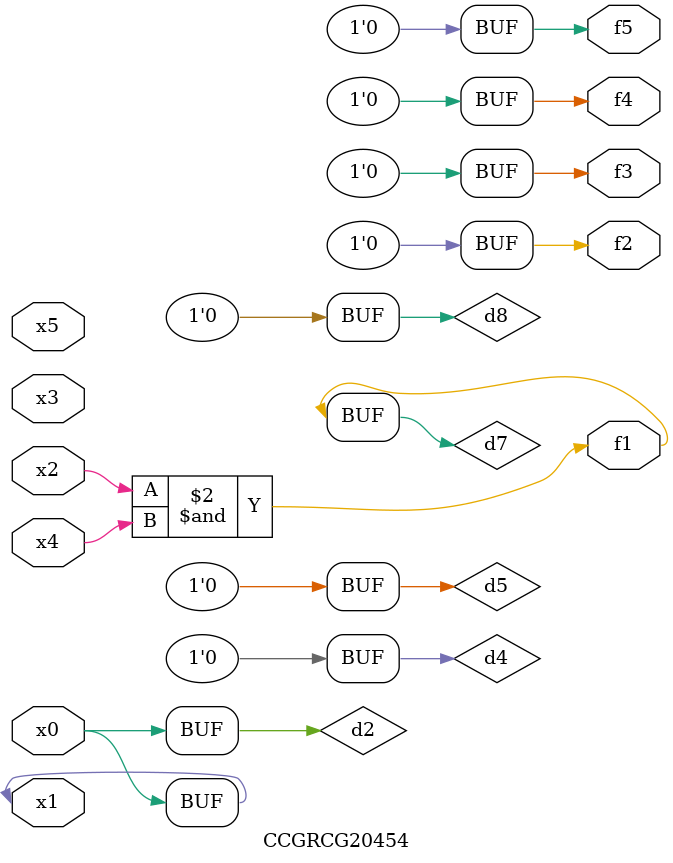
<source format=v>
module CCGRCG20454(
	input x0, x1, x2, x3, x4, x5,
	output f1, f2, f3, f4, f5
);

	wire d1, d2, d3, d4, d5, d6, d7, d8, d9;

	nand (d1, x1);
	buf (d2, x0, x1);
	nand (d3, x2, x4);
	and (d4, d1, d2);
	and (d5, d1, d2);
	nand (d6, d1, d3);
	not (d7, d3);
	xor (d8, d5);
	nor (d9, d5, d6);
	assign f1 = d7;
	assign f2 = d8;
	assign f3 = d8;
	assign f4 = d8;
	assign f5 = d8;
endmodule

</source>
